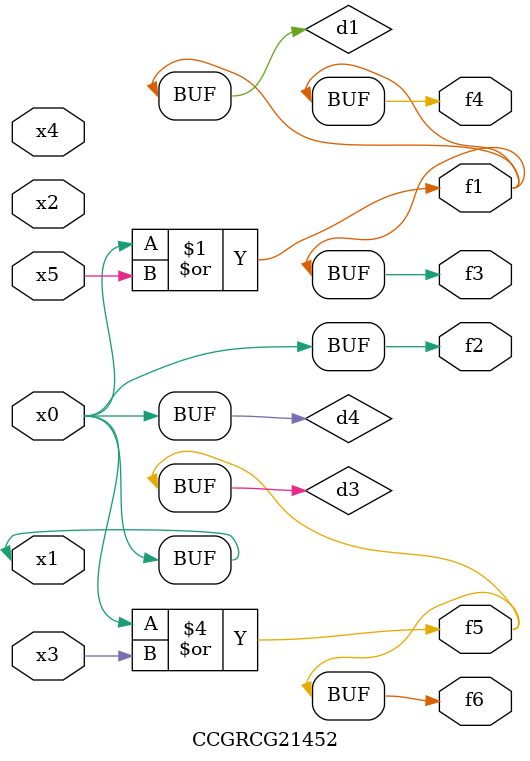
<source format=v>
module CCGRCG21452(
	input x0, x1, x2, x3, x4, x5,
	output f1, f2, f3, f4, f5, f6
);

	wire d1, d2, d3, d4;

	or (d1, x0, x5);
	xnor (d2, x1, x4);
	or (d3, x0, x3);
	buf (d4, x0, x1);
	assign f1 = d1;
	assign f2 = d4;
	assign f3 = d1;
	assign f4 = d1;
	assign f5 = d3;
	assign f6 = d3;
endmodule

</source>
